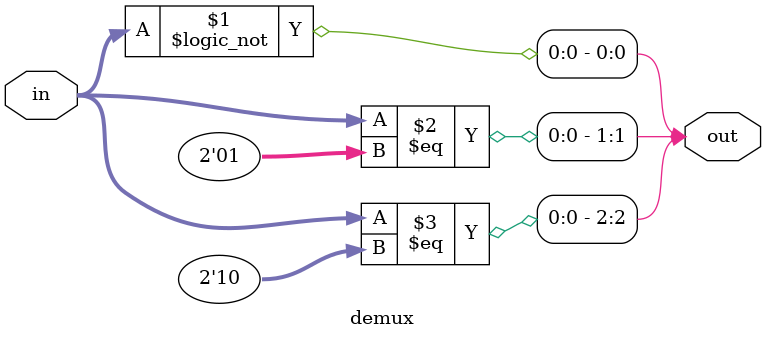
<source format=v>
/*
This file is part of verilog-buildingblocks,
by David R. Piegdon <dgit@piegdon.de>

verilog-buildingblocks is free software: you can redistribute it and/or modify
it under the terms of the GNU General Public License as published by
the Free Software Foundation, either version 3 of the License, or
(at your option) any later version.

verilog-buildingblocks is distributed in the hope that it will be useful,
but WITHOUT ANY WARRANTY; without even the implied warranty of
MERCHANTABILITY or FITNESS FOR A PARTICULAR PURPOSE.  See the
GNU General Public License for more details.

You should have received a copy of the GNU General Public License
along with verilog-buildingblocks.  If not, see <https://www.gnu.org/licenses/>.
*/

`default_nettype none

// demuxer module. NOTE: UNTESTED AND NEVER USED SO FAR.
module demux(input wire [INPUT_WIDTH-1:0] in, output wire [OUTPUT_WIDTH-1:0] out);
	parameter OUTPUT_WIDTH = 'd3;

	localparam INPUT_WIDTH = $clog2(OUTPUT_WIDTH);

	genvar i;
	generate
		for(i = 0; i < OUTPUT_WIDTH; i++) begin
			assign out[i] = (in == i);
		end
	endgenerate
endmodule


</source>
